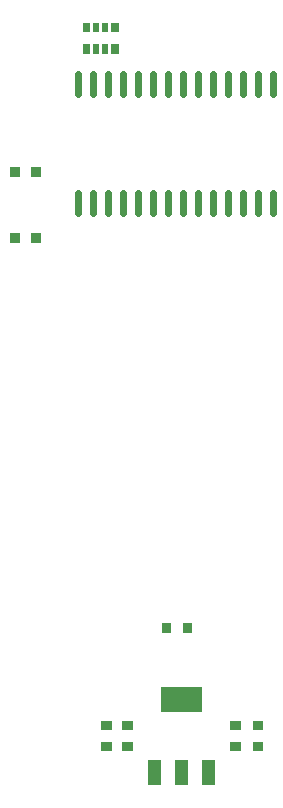
<source format=gbp>
G04 Layer: BottomPasteMaskLayer*
G04 EasyEDA v6.4.19.4, 2021-06-11T14:51:01+08:00*
G04 1c108e45da03483e8fe651057a321652,2444bf6f38dc4a26b464d521983d9d6f,10*
G04 Gerber Generator version 0.2*
G04 Scale: 100 percent, Rotated: No, Reflected: No *
G04 Dimensions in millimeters *
G04 leading zeros omitted , absolute positions ,4 integer and 5 decimal *
%FSLAX45Y45*%
%MOMM*%

%ADD26C,0.6000*%

%LPD*%
D26*
X6451600Y8172246D02*
G01*
X6451600Y8342246D01*
X6324600Y8172246D02*
G01*
X6324600Y8342246D01*
X6197600Y8172246D02*
G01*
X6197600Y8342246D01*
X6070600Y8172246D02*
G01*
X6070600Y8342246D01*
X5943600Y8172246D02*
G01*
X5943600Y8342246D01*
X5816600Y8172246D02*
G01*
X5816600Y8342246D01*
X5689600Y8172246D02*
G01*
X5689600Y8342246D01*
X5562600Y8172246D02*
G01*
X5562600Y8342246D01*
X5435600Y8172246D02*
G01*
X5435600Y8342246D01*
X5308600Y8172246D02*
G01*
X5308600Y8342246D01*
X5181600Y8172246D02*
G01*
X5181600Y8342246D01*
X5054600Y8172246D02*
G01*
X5054600Y8342246D01*
X4927600Y8172246D02*
G01*
X4927600Y8342246D01*
X4800600Y8172246D02*
G01*
X4800600Y8342246D01*
X6451600Y9183751D02*
G01*
X6451600Y9353753D01*
X6324600Y9183751D02*
G01*
X6324600Y9353753D01*
X6197600Y9183751D02*
G01*
X6197600Y9353753D01*
X6070600Y9183751D02*
G01*
X6070600Y9353753D01*
X5943600Y9183751D02*
G01*
X5943600Y9353753D01*
X5816600Y9183751D02*
G01*
X5816600Y9353753D01*
X5689600Y9183751D02*
G01*
X5689600Y9353753D01*
X5562600Y9183751D02*
G01*
X5562600Y9353753D01*
X5435600Y9183751D02*
G01*
X5435600Y9353753D01*
X5308600Y9183751D02*
G01*
X5308600Y9353753D01*
X5181600Y9183751D02*
G01*
X5181600Y9353753D01*
X5054600Y9183751D02*
G01*
X5054600Y9353753D01*
X4927600Y9183751D02*
G01*
X4927600Y9353753D01*
X4800600Y9183751D02*
G01*
X4800600Y9353753D01*
G36*
X5767694Y4705901D02*
G01*
X5687695Y4705901D01*
X5687695Y4615898D01*
X5767694Y4615898D01*
G37*
G36*
X5589912Y4705898D02*
G01*
X5509912Y4705898D01*
X5509912Y4615901D01*
X5589912Y4615901D01*
G37*
G36*
X6279598Y3875394D02*
G01*
X6279598Y3795395D01*
X6369601Y3795395D01*
X6369601Y3875394D01*
G37*
G36*
X6279601Y3697612D02*
G01*
X6279601Y3617612D01*
X6369598Y3617612D01*
X6369598Y3697612D01*
G37*
G36*
X6089098Y3875394D02*
G01*
X6089098Y3795395D01*
X6179101Y3795395D01*
X6179101Y3875394D01*
G37*
G36*
X6089101Y3697612D02*
G01*
X6089101Y3617612D01*
X6179098Y3617612D01*
X6179098Y3697612D01*
G37*
G36*
X5174698Y3875394D02*
G01*
X5174698Y3795395D01*
X5264701Y3795395D01*
X5264701Y3875394D01*
G37*
G36*
X5174701Y3697612D02*
G01*
X5174701Y3617612D01*
X5264698Y3617612D01*
X5264698Y3697612D01*
G37*
G36*
X4996898Y3875394D02*
G01*
X4996898Y3795395D01*
X5086901Y3795395D01*
X5086901Y3875394D01*
G37*
G36*
X4996901Y3697612D02*
G01*
X4996901Y3617612D01*
X5086898Y3617612D01*
X5086898Y3697612D01*
G37*
G36*
X4307210Y8566698D02*
G01*
X4227210Y8566698D01*
X4227210Y8476701D01*
X4307210Y8476701D01*
G37*
G36*
X4484992Y8566701D02*
G01*
X4404992Y8566701D01*
X4404992Y8476698D01*
X4484992Y8476698D01*
G37*
G36*
X4307210Y8007898D02*
G01*
X4227210Y8007898D01*
X4227210Y7917901D01*
X4307210Y7917901D01*
G37*
G36*
X4484992Y8007901D02*
G01*
X4404992Y8007901D01*
X4404992Y7917898D01*
X4484992Y7917898D01*
G37*
G36*
X4903609Y9781997D02*
G01*
X4838611Y9781997D01*
X4838611Y9701997D01*
X4903609Y9701997D01*
G37*
G36*
X4903609Y9602002D02*
G01*
X4838611Y9602002D01*
X4838611Y9522002D01*
X4903609Y9522002D01*
G37*
G36*
X4976096Y9781997D02*
G01*
X4926093Y9781997D01*
X4926093Y9701997D01*
X4976096Y9701997D01*
G37*
G36*
X4976096Y9602002D02*
G01*
X4926093Y9602002D01*
X4926093Y9522002D01*
X4976096Y9522002D01*
G37*
G36*
X5056106Y9781997D02*
G01*
X5006103Y9781997D01*
X5006103Y9701997D01*
X5056106Y9701997D01*
G37*
G36*
X5056106Y9602002D02*
G01*
X5006103Y9602002D01*
X5006103Y9522002D01*
X5056106Y9522002D01*
G37*
G36*
X5143588Y9781997D02*
G01*
X5078590Y9781997D01*
X5078590Y9701997D01*
X5143588Y9701997D01*
G37*
G36*
X5143588Y9602002D02*
G01*
X5078590Y9602002D01*
X5078590Y9522002D01*
X5143588Y9522002D01*
G37*
G36*
X5961379Y3544570D02*
G01*
X5852159Y3544570D01*
X5852159Y3328670D01*
X5961379Y3328670D01*
G37*
G36*
X5730240Y3544570D02*
G01*
X5621020Y3544570D01*
X5621020Y3328670D01*
X5730240Y3328670D01*
G37*
G36*
X5501640Y3544570D02*
G01*
X5392420Y3544570D01*
X5392420Y3328670D01*
X5501640Y3328670D01*
G37*
G36*
X5850890Y4164329D02*
G01*
X5500370Y4164329D01*
X5500370Y3948429D01*
X5850890Y3948429D01*
G37*
M02*

</source>
